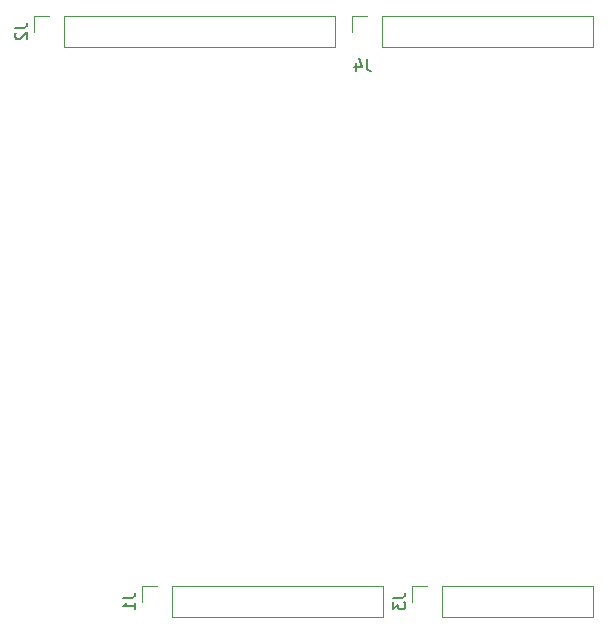
<source format=gbr>
%TF.GenerationSoftware,KiCad,Pcbnew,8.0.1*%
%TF.CreationDate,2024-05-19T12:30:55+02:00*%
%TF.ProjectId,80_KiCad,38305f4b-6943-4616-942e-6b696361645f,v1.1*%
%TF.SameCoordinates,Original*%
%TF.FileFunction,Legend,Bot*%
%TF.FilePolarity,Positive*%
%FSLAX46Y46*%
G04 Gerber Fmt 4.6, Leading zero omitted, Abs format (unit mm)*
G04 Created by KiCad (PCBNEW 8.0.1) date 2024-05-19 12:30:55*
%MOMM*%
%LPD*%
G01*
G04 APERTURE LIST*
%ADD10C,0.150000*%
%ADD11C,0.120000*%
G04 APERTURE END LIST*
D10*
X125064819Y-97126666D02*
X125779104Y-97126666D01*
X125779104Y-97126666D02*
X125921961Y-97079047D01*
X125921961Y-97079047D02*
X126017200Y-96983809D01*
X126017200Y-96983809D02*
X126064819Y-96840952D01*
X126064819Y-96840952D02*
X126064819Y-96745714D01*
X126064819Y-98126666D02*
X126064819Y-97555238D01*
X126064819Y-97840952D02*
X125064819Y-97840952D01*
X125064819Y-97840952D02*
X125207676Y-97745714D01*
X125207676Y-97745714D02*
X125302914Y-97650476D01*
X125302914Y-97650476D02*
X125350533Y-97555238D01*
X147924819Y-97126666D02*
X148639104Y-97126666D01*
X148639104Y-97126666D02*
X148781961Y-97079047D01*
X148781961Y-97079047D02*
X148877200Y-96983809D01*
X148877200Y-96983809D02*
X148924819Y-96840952D01*
X148924819Y-96840952D02*
X148924819Y-96745714D01*
X147924819Y-97507619D02*
X147924819Y-98126666D01*
X147924819Y-98126666D02*
X148305771Y-97793333D01*
X148305771Y-97793333D02*
X148305771Y-97936190D01*
X148305771Y-97936190D02*
X148353390Y-98031428D01*
X148353390Y-98031428D02*
X148401009Y-98079047D01*
X148401009Y-98079047D02*
X148496247Y-98126666D01*
X148496247Y-98126666D02*
X148734342Y-98126666D01*
X148734342Y-98126666D02*
X148829580Y-98079047D01*
X148829580Y-98079047D02*
X148877200Y-98031428D01*
X148877200Y-98031428D02*
X148924819Y-97936190D01*
X148924819Y-97936190D02*
X148924819Y-97650476D01*
X148924819Y-97650476D02*
X148877200Y-97555238D01*
X148877200Y-97555238D02*
X148829580Y-97507619D01*
X115920819Y-48866666D02*
X116635104Y-48866666D01*
X116635104Y-48866666D02*
X116777961Y-48819047D01*
X116777961Y-48819047D02*
X116873200Y-48723809D01*
X116873200Y-48723809D02*
X116920819Y-48580952D01*
X116920819Y-48580952D02*
X116920819Y-48485714D01*
X116016057Y-49295238D02*
X115968438Y-49342857D01*
X115968438Y-49342857D02*
X115920819Y-49438095D01*
X115920819Y-49438095D02*
X115920819Y-49676190D01*
X115920819Y-49676190D02*
X115968438Y-49771428D01*
X115968438Y-49771428D02*
X116016057Y-49819047D01*
X116016057Y-49819047D02*
X116111295Y-49866666D01*
X116111295Y-49866666D02*
X116206533Y-49866666D01*
X116206533Y-49866666D02*
X116349390Y-49819047D01*
X116349390Y-49819047D02*
X116920819Y-49247619D01*
X116920819Y-49247619D02*
X116920819Y-49866666D01*
X145658333Y-51529819D02*
X145658333Y-52244104D01*
X145658333Y-52244104D02*
X145705952Y-52386961D01*
X145705952Y-52386961D02*
X145801190Y-52482200D01*
X145801190Y-52482200D02*
X145944047Y-52529819D01*
X145944047Y-52529819D02*
X146039285Y-52529819D01*
X144753571Y-51863152D02*
X144753571Y-52529819D01*
X144991666Y-51482200D02*
X145229761Y-52196485D01*
X145229761Y-52196485D02*
X144610714Y-52196485D01*
D11*
%TO.C,J1*%
X126610000Y-96130000D02*
X127940000Y-96130000D01*
X126610000Y-97460000D02*
X126610000Y-96130000D01*
X129210000Y-98790000D02*
X129210000Y-96130000D01*
X147050000Y-96130000D02*
X129210000Y-96130000D01*
X147050000Y-98790000D02*
X129210000Y-98790000D01*
X147050000Y-98790000D02*
X147050000Y-96130000D01*
%TO.C,J3*%
X149470000Y-96130000D02*
X150800000Y-96130000D01*
X149470000Y-97460000D02*
X149470000Y-96130000D01*
X152070000Y-98790000D02*
X152070000Y-96130000D01*
X164830000Y-96130000D02*
X152070000Y-96130000D01*
X164830000Y-98790000D02*
X152070000Y-98790000D01*
X164830000Y-98790000D02*
X164830000Y-96130000D01*
%TO.C,J2*%
X117466000Y-47870000D02*
X118796000Y-47870000D01*
X117466000Y-49200000D02*
X117466000Y-47870000D01*
X120066000Y-50530000D02*
X120066000Y-47870000D01*
X142986000Y-47870000D02*
X120066000Y-47870000D01*
X142986000Y-50530000D02*
X120066000Y-50530000D01*
X142986000Y-50530000D02*
X142986000Y-47870000D01*
%TO.C,J4*%
X144390000Y-47870000D02*
X145720000Y-47870000D01*
X144390000Y-49200000D02*
X144390000Y-47870000D01*
X146990000Y-50530000D02*
X146990000Y-47870000D01*
X164830000Y-47870000D02*
X146990000Y-47870000D01*
X164830000Y-50530000D02*
X146990000Y-50530000D01*
X164830000Y-50530000D02*
X164830000Y-47870000D01*
%TD*%
M02*

</source>
